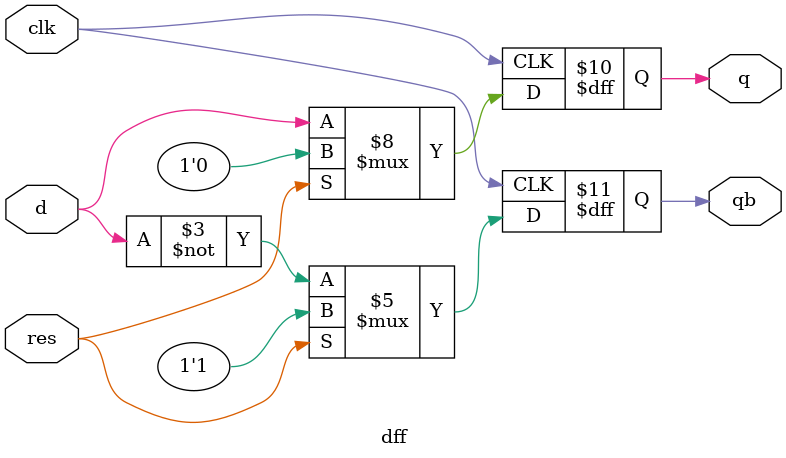
<source format=v>
`timescale 1ns / 1ps


module dff(
    input d,
    input clk,
    input res,
    output reg q,
    output reg qb
    );
    always @(posedge(clk))
begin
if(res==1'b1)
begin
q= 1'b0;
qb = 1'b1;
end
else
begin
q<=d;
qb<= ~d;
end
end
endmodule

</source>
